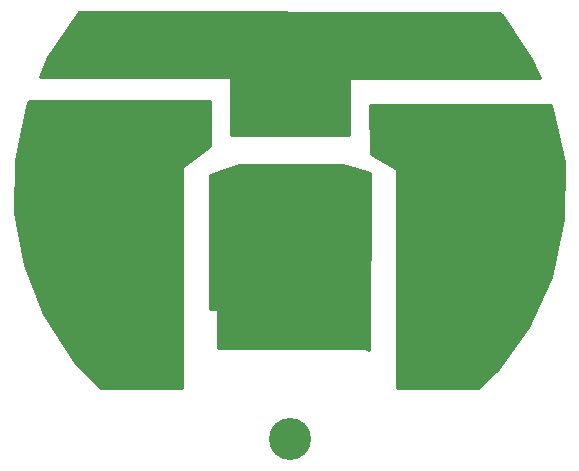
<source format=gbs>
G04 (created by PCBNEW (2013-june-11)-stable) date Tue 21 Jul 2015 11:16:44 AM EDT*
%MOIN*%
G04 Gerber Fmt 3.4, Leading zero omitted, Abs format*
%FSLAX34Y34*%
G01*
G70*
G90*
G04 APERTURE LIST*
%ADD10C,0.00590551*%
%ADD11C,0.27*%
%ADD12C,0.14*%
%ADD13C,0.01*%
G04 APERTURE END LIST*
G54D10*
G54D11*
X33400Y-18900D03*
X18400Y-18900D03*
G54D12*
X25900Y-27200D03*
G54D10*
G36*
X34224Y-15180D02*
X27870Y-15180D01*
X27870Y-17060D01*
X23940Y-17060D01*
X23940Y-15134D01*
X17575Y-15154D01*
X17854Y-14483D01*
X18866Y-12990D01*
X32876Y-12994D01*
X32982Y-13083D01*
X33955Y-14543D01*
X34224Y-15180D01*
X34224Y-15180D01*
G37*
G54D13*
X34224Y-15180D02*
X27870Y-15180D01*
X27870Y-17060D01*
X23940Y-17060D01*
X23940Y-15134D01*
X17575Y-15154D01*
X17854Y-14483D01*
X18866Y-12990D01*
X32876Y-12994D01*
X32982Y-13083D01*
X33955Y-14543D01*
X34224Y-15180D01*
G54D10*
G36*
X23234Y-15930D02*
X23230Y-17445D01*
X22300Y-18155D01*
X22300Y-25510D01*
X19610Y-25510D01*
X18744Y-24643D01*
X17704Y-23047D01*
X17068Y-21416D01*
X16750Y-19675D01*
X16769Y-17895D01*
X17128Y-16123D01*
X17195Y-15930D01*
X23234Y-15930D01*
X23234Y-15930D01*
G37*
G54D13*
X23234Y-15930D02*
X23230Y-17445D01*
X22300Y-18155D01*
X22300Y-25510D01*
X19610Y-25510D01*
X18744Y-24643D01*
X17704Y-23047D01*
X17068Y-21416D01*
X16750Y-19675D01*
X16769Y-17895D01*
X17128Y-16123D01*
X17195Y-15930D01*
X23234Y-15930D01*
G54D10*
G36*
X35029Y-17985D02*
X35010Y-19884D01*
X34592Y-21804D01*
X33856Y-23464D01*
X32842Y-24866D01*
X32170Y-25495D01*
X29480Y-25495D01*
X29480Y-18211D01*
X28609Y-17691D01*
X28580Y-16090D01*
X34619Y-16090D01*
X35029Y-17985D01*
X35029Y-17985D01*
G37*
G54D13*
X35029Y-17985D02*
X35010Y-19884D01*
X34592Y-21804D01*
X33856Y-23464D01*
X32842Y-24866D01*
X32170Y-25495D01*
X29480Y-25495D01*
X29480Y-18211D01*
X28609Y-17691D01*
X28580Y-16090D01*
X34619Y-16090D01*
X35029Y-17985D01*
G54D10*
G36*
X28559Y-18337D02*
X28549Y-24255D01*
X28398Y-24180D01*
X23510Y-24180D01*
X23510Y-22881D01*
X23250Y-22871D01*
X23250Y-18396D01*
X24207Y-18090D01*
X27673Y-18090D01*
X28559Y-18337D01*
X28559Y-18337D01*
G37*
G54D13*
X28559Y-18337D02*
X28549Y-24255D01*
X28398Y-24180D01*
X23510Y-24180D01*
X23510Y-22881D01*
X23250Y-22871D01*
X23250Y-18396D01*
X24207Y-18090D01*
X27673Y-18090D01*
X28559Y-18337D01*
M02*

</source>
